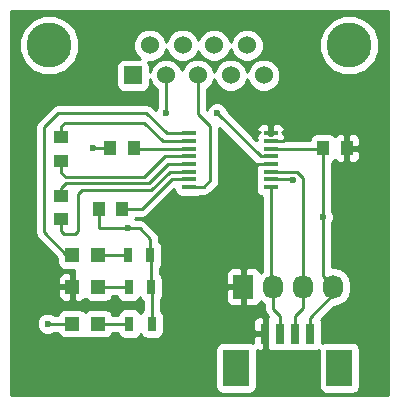
<source format=gbr>
G04 #@! TF.FileFunction,Copper,L1,Top,Signal*
%FSLAX46Y46*%
G04 Gerber Fmt 4.6, Leading zero omitted, Abs format (unit mm)*
G04 Created by KiCad (PCBNEW 4.0.5) date 01/20/17 14:33:55*
%MOMM*%
%LPD*%
G01*
G04 APERTURE LIST*
%ADD10C,0.100000*%
%ADD11R,1.200000X0.400000*%
%ADD12R,1.000000X1.250000*%
%ADD13R,1.250000X1.000000*%
%ADD14R,1.200000X1.200000*%
%ADD15C,3.810000*%
%ADD16R,1.524000X1.524000*%
%ADD17C,1.524000*%
%ADD18R,1.727200X2.032000*%
%ADD19O,1.727200X2.032000*%
%ADD20R,0.700000X1.300000*%
%ADD21R,0.800000X1.700000*%
%ADD22R,2.200000X3.100000*%
%ADD23C,0.600000*%
%ADD24C,0.250000*%
%ADD25C,0.254000*%
G04 APERTURE END LIST*
D10*
D11*
X148378500Y-85355000D03*
X148378500Y-86005000D03*
X148378500Y-86655000D03*
X148378500Y-87305000D03*
X148378500Y-87955000D03*
X148378500Y-88605000D03*
X148378500Y-89255000D03*
X148378500Y-89905000D03*
X155278500Y-89905000D03*
X155278500Y-89255000D03*
X155278500Y-88605000D03*
X155278500Y-87955000D03*
X155278500Y-87305000D03*
X155278500Y-86655000D03*
X155278500Y-86005000D03*
X155278500Y-85355000D03*
D12*
X161718500Y-86614000D03*
X159718500Y-86614000D03*
D13*
X137541000Y-85677500D03*
X137541000Y-87677500D03*
X137541000Y-90630500D03*
X137541000Y-92630500D03*
D12*
X143684500Y-86614000D03*
X141684500Y-86614000D03*
X142732000Y-91757500D03*
X140732000Y-91757500D03*
D14*
X138473000Y-98361500D03*
X140673000Y-98361500D03*
X138473000Y-95694500D03*
X140673000Y-95694500D03*
X138473000Y-101473000D03*
X140673000Y-101473000D03*
D15*
X161925000Y-77914500D03*
X136525000Y-77914500D03*
D16*
X143637000Y-80454500D03*
D17*
X146431000Y-80454500D03*
X149098000Y-80454500D03*
X151892000Y-80454500D03*
X154686000Y-80454500D03*
X145034000Y-77914500D03*
X147828000Y-77914500D03*
X150495000Y-77914500D03*
X153289000Y-77914500D03*
D18*
X152971500Y-98361500D03*
D19*
X155511500Y-98361500D03*
X158051500Y-98361500D03*
X160591500Y-98361500D03*
D20*
X143258500Y-98361500D03*
X145158500Y-98361500D03*
X145095000Y-95694500D03*
X143195000Y-95694500D03*
X143322000Y-101473000D03*
X145222000Y-101473000D03*
D21*
X154843000Y-102309000D03*
X156093000Y-102309000D03*
X157343000Y-102309000D03*
X158593000Y-102309000D03*
D22*
X152343000Y-105209000D03*
X161093000Y-105209000D03*
D23*
X159702500Y-92456000D03*
X143192500Y-93408500D03*
X140208000Y-86614000D03*
X136398000Y-101473000D03*
X157162500Y-89281000D03*
X150749000Y-83629500D03*
X146431000Y-83629500D03*
D24*
X155278500Y-87955000D02*
X153931500Y-87955000D01*
X153931500Y-87955000D02*
X153924000Y-87947500D01*
X155278500Y-86005000D02*
X156311000Y-86005000D01*
X156311000Y-86005000D02*
X156464000Y-85852000D01*
X152971500Y-98361500D02*
X152971500Y-99060000D01*
X141684500Y-86614000D02*
X140208000Y-86614000D01*
X160591500Y-98361500D02*
X160591500Y-98996500D01*
X160591500Y-98996500D02*
X158593000Y-100995000D01*
X158593000Y-100995000D02*
X158593000Y-102309000D01*
X145222000Y-101473000D02*
X145222000Y-98425000D01*
X145222000Y-98425000D02*
X145158500Y-98361500D01*
X145158500Y-98361500D02*
X145158500Y-95758000D01*
X145158500Y-95758000D02*
X145095000Y-95694500D01*
X159702500Y-89344500D02*
X159702500Y-92456000D01*
X159702500Y-92456000D02*
X159702500Y-97472500D01*
X159702500Y-97472500D02*
X160591500Y-98361500D01*
X145095000Y-95694500D02*
X145095000Y-94295000D01*
X145095000Y-94295000D02*
X144208500Y-93408500D01*
X144208500Y-93408500D02*
X143192500Y-93408500D01*
X143192500Y-93408500D02*
X140716000Y-93408500D01*
X157226000Y-86655000D02*
X156718000Y-86655000D01*
X156718000Y-86655000D02*
X156337000Y-86655000D01*
X156337000Y-86655000D02*
X155278500Y-86655000D01*
X140732000Y-91757500D02*
X140732000Y-93392500D01*
X140732000Y-93392500D02*
X140716000Y-93408500D01*
X159702500Y-89344500D02*
X159718500Y-89328500D01*
X159718500Y-89328500D02*
X159718500Y-86614000D01*
X157226000Y-86655000D02*
X157480000Y-86655000D01*
X157480000Y-86655000D02*
X159677500Y-86655000D01*
X159677500Y-86655000D02*
X159718500Y-86614000D01*
X148378500Y-86005000D02*
X147680000Y-86005000D01*
X143510000Y-84455000D02*
X144589500Y-84455000D01*
X137541000Y-85614000D02*
X137541000Y-84772500D01*
X137541000Y-84772500D02*
X137858500Y-84455000D01*
X137858500Y-84455000D02*
X143510000Y-84455000D01*
X143510000Y-84455000D02*
X143573500Y-84455000D01*
X144589500Y-84455000D02*
X146139500Y-86005000D01*
X146139500Y-86005000D02*
X147680000Y-86005000D01*
X148378500Y-87305000D02*
X147680000Y-87305000D01*
X144589500Y-89090500D02*
X143446500Y-89090500D01*
X137541000Y-87614000D02*
X137541000Y-88709500D01*
X137541000Y-88709500D02*
X137922000Y-89090500D01*
X137922000Y-89090500D02*
X143446500Y-89090500D01*
X143446500Y-89090500D02*
X143573500Y-89090500D01*
X144589500Y-89090500D02*
X146375000Y-87305000D01*
X146375000Y-87305000D02*
X147680000Y-87305000D01*
X148378500Y-87955000D02*
X147680000Y-87955000D01*
X137541000Y-90630500D02*
X137541000Y-89979500D01*
X137541000Y-89979500D02*
X137922000Y-89598500D01*
X137922000Y-89598500D02*
X144970500Y-89598500D01*
X144970500Y-89598500D02*
X146614000Y-87955000D01*
X146614000Y-87955000D02*
X147680000Y-87955000D01*
X148378500Y-88605000D02*
X147680000Y-88605000D01*
X137541000Y-92630500D02*
X137541000Y-93662500D01*
X137541000Y-93662500D02*
X137795000Y-93916500D01*
X137795000Y-93916500D02*
X138747500Y-93916500D01*
X138747500Y-93916500D02*
X139001500Y-93662500D01*
X139001500Y-93662500D02*
X139001500Y-90487500D01*
X139001500Y-90487500D02*
X139319000Y-90170000D01*
X139319000Y-90170000D02*
X145161000Y-90170000D01*
X145161000Y-90170000D02*
X146726000Y-88605000D01*
X146726000Y-88605000D02*
X147680000Y-88605000D01*
X148378500Y-86655000D02*
X147680000Y-86655000D01*
X147680000Y-86655000D02*
X143725500Y-86655000D01*
X143725500Y-86655000D02*
X143684500Y-86614000D01*
X148378500Y-89255000D02*
X147637500Y-89255000D01*
X147637500Y-89255000D02*
X147680000Y-89255000D01*
X147680000Y-89255000D02*
X147637500Y-89255000D01*
X147637500Y-89255000D02*
X146901500Y-89255000D01*
X146901500Y-89255000D02*
X144399000Y-91757500D01*
X144399000Y-91757500D02*
X142732000Y-91757500D01*
X143258500Y-98361500D02*
X140673000Y-98361500D01*
X148378500Y-85355000D02*
X146483500Y-85355000D01*
X146483500Y-85355000D02*
X144758000Y-83629500D01*
X144758000Y-83629500D02*
X137287000Y-83629500D01*
X137287000Y-83629500D02*
X136080500Y-84836000D01*
X136080500Y-84836000D02*
X136080500Y-93726000D01*
X136080500Y-93726000D02*
X137985500Y-95631000D01*
X143195000Y-95694500D02*
X140673000Y-95694500D01*
X155278500Y-89255000D02*
X157136500Y-89255000D01*
X136398000Y-101473000D02*
X138473000Y-101473000D01*
X157136500Y-89255000D02*
X157162500Y-89281000D01*
X143322000Y-101473000D02*
X140673000Y-101473000D01*
X155278500Y-87305000D02*
X154424500Y-87305000D01*
X154424500Y-87305000D02*
X150749000Y-83629500D01*
X146431000Y-83629500D02*
X146431000Y-80454500D01*
X155278500Y-87305000D02*
X154439500Y-87305000D01*
X154580000Y-87305000D02*
X154439500Y-87305000D01*
X149098000Y-80454500D02*
X149098000Y-83693000D01*
X149098000Y-83693000D02*
X150177500Y-84772500D01*
X150177500Y-84772500D02*
X150177500Y-89344500D01*
X150177500Y-89344500D02*
X149617000Y-89905000D01*
X149617000Y-89905000D02*
X148378500Y-89905000D01*
X155511500Y-98361500D02*
X155511500Y-100203000D01*
X156093000Y-100784500D02*
X156093000Y-102309000D01*
X155511500Y-100203000D02*
X156093000Y-100784500D01*
X155278500Y-89905000D02*
X155278500Y-98128500D01*
X155278500Y-98128500D02*
X155511500Y-98361500D01*
X158051500Y-98361500D02*
X158051500Y-100139500D01*
X157343000Y-100848000D02*
X157343000Y-102309000D01*
X158051500Y-100139500D02*
X157343000Y-100848000D01*
X155278500Y-88605000D02*
X157502500Y-88605000D01*
X157502500Y-88605000D02*
X158051500Y-89154000D01*
X158051500Y-89154000D02*
X158051500Y-98361500D01*
D25*
G36*
X165215500Y-107494000D02*
X133298000Y-107494000D01*
X133298000Y-103659000D01*
X150595560Y-103659000D01*
X150595560Y-106759000D01*
X150639838Y-106994317D01*
X150778910Y-107210441D01*
X150991110Y-107355431D01*
X151243000Y-107406440D01*
X153443000Y-107406440D01*
X153678317Y-107362162D01*
X153894441Y-107223090D01*
X154039431Y-107010890D01*
X154090440Y-106759000D01*
X154090440Y-103700284D01*
X154316691Y-103794000D01*
X154557250Y-103794000D01*
X154716000Y-103635250D01*
X154716000Y-102436000D01*
X153966750Y-102436000D01*
X153808000Y-102594750D01*
X153808000Y-103139854D01*
X153694890Y-103062569D01*
X153443000Y-103011560D01*
X151243000Y-103011560D01*
X151007683Y-103055838D01*
X150791559Y-103194910D01*
X150646569Y-103407110D01*
X150595560Y-103659000D01*
X133298000Y-103659000D01*
X133298000Y-98647250D01*
X137238000Y-98647250D01*
X137238000Y-99087810D01*
X137334673Y-99321199D01*
X137513302Y-99499827D01*
X137746691Y-99596500D01*
X138187250Y-99596500D01*
X138346000Y-99437750D01*
X138346000Y-98488500D01*
X137396750Y-98488500D01*
X137238000Y-98647250D01*
X133298000Y-98647250D01*
X133298000Y-97635190D01*
X137238000Y-97635190D01*
X137238000Y-98075750D01*
X137396750Y-98234500D01*
X138346000Y-98234500D01*
X138346000Y-97285250D01*
X138187250Y-97126500D01*
X137746691Y-97126500D01*
X137513302Y-97223173D01*
X137334673Y-97401801D01*
X137238000Y-97635190D01*
X133298000Y-97635190D01*
X133298000Y-84836000D01*
X135320500Y-84836000D01*
X135320500Y-93726000D01*
X135378352Y-94016839D01*
X135543099Y-94263401D01*
X137225560Y-95945862D01*
X137225560Y-96294500D01*
X137269838Y-96529817D01*
X137408910Y-96745941D01*
X137621110Y-96890931D01*
X137873000Y-96941940D01*
X138620500Y-96941940D01*
X138620500Y-97264750D01*
X138600000Y-97285250D01*
X138600000Y-98234500D01*
X138620000Y-98234500D01*
X138620000Y-98488500D01*
X138600000Y-98488500D01*
X138600000Y-99437750D01*
X138758750Y-99596500D01*
X139199309Y-99596500D01*
X139432698Y-99499827D01*
X139573936Y-99358590D01*
X139608910Y-99412941D01*
X139821110Y-99557931D01*
X140073000Y-99608940D01*
X141273000Y-99608940D01*
X141508317Y-99564662D01*
X141724441Y-99425590D01*
X141869431Y-99213390D01*
X141888039Y-99121500D01*
X142281758Y-99121500D01*
X142305338Y-99246817D01*
X142444410Y-99462941D01*
X142656610Y-99607931D01*
X142908500Y-99658940D01*
X143608500Y-99658940D01*
X143843817Y-99614662D01*
X144059941Y-99475590D01*
X144204931Y-99263390D01*
X144207581Y-99250303D01*
X144344410Y-99462941D01*
X144462000Y-99543287D01*
X144462000Y-100332243D01*
X144420559Y-100358910D01*
X144275569Y-100571110D01*
X144272919Y-100584197D01*
X144136090Y-100371559D01*
X143923890Y-100226569D01*
X143672000Y-100175560D01*
X142972000Y-100175560D01*
X142736683Y-100219838D01*
X142520559Y-100358910D01*
X142375569Y-100571110D01*
X142346836Y-100713000D01*
X141890334Y-100713000D01*
X141876162Y-100637683D01*
X141737090Y-100421559D01*
X141524890Y-100276569D01*
X141273000Y-100225560D01*
X140073000Y-100225560D01*
X139837683Y-100269838D01*
X139621559Y-100408910D01*
X139573866Y-100478711D01*
X139537090Y-100421559D01*
X139324890Y-100276569D01*
X139073000Y-100225560D01*
X137873000Y-100225560D01*
X137637683Y-100269838D01*
X137421559Y-100408910D01*
X137276569Y-100621110D01*
X137257961Y-100713000D01*
X136960463Y-100713000D01*
X136928327Y-100680808D01*
X136584799Y-100538162D01*
X136212833Y-100537838D01*
X135869057Y-100679883D01*
X135605808Y-100942673D01*
X135463162Y-101286201D01*
X135462838Y-101658167D01*
X135604883Y-102001943D01*
X135867673Y-102265192D01*
X136211201Y-102407838D01*
X136583167Y-102408162D01*
X136926943Y-102266117D01*
X136960118Y-102233000D01*
X137255666Y-102233000D01*
X137269838Y-102308317D01*
X137408910Y-102524441D01*
X137621110Y-102669431D01*
X137873000Y-102720440D01*
X139073000Y-102720440D01*
X139290577Y-102679500D01*
X139870832Y-102679500D01*
X140073000Y-102720440D01*
X141273000Y-102720440D01*
X141508317Y-102676162D01*
X141724441Y-102537090D01*
X141869431Y-102324890D01*
X141888039Y-102233000D01*
X142345258Y-102233000D01*
X142368838Y-102358317D01*
X142507910Y-102574441D01*
X142720110Y-102719431D01*
X142972000Y-102770440D01*
X143672000Y-102770440D01*
X143907317Y-102726162D01*
X144123441Y-102587090D01*
X144268431Y-102374890D01*
X144271081Y-102361803D01*
X144407910Y-102574441D01*
X144620110Y-102719431D01*
X144872000Y-102770440D01*
X145572000Y-102770440D01*
X145807317Y-102726162D01*
X146023441Y-102587090D01*
X146168431Y-102374890D01*
X146219440Y-102123000D01*
X146219440Y-101332690D01*
X153808000Y-101332690D01*
X153808000Y-102023250D01*
X153966750Y-102182000D01*
X154716000Y-102182000D01*
X154716000Y-100982750D01*
X154557250Y-100824000D01*
X154316691Y-100824000D01*
X154083302Y-100920673D01*
X153904673Y-101099301D01*
X153808000Y-101332690D01*
X146219440Y-101332690D01*
X146219440Y-100823000D01*
X146175162Y-100587683D01*
X146036090Y-100371559D01*
X145982000Y-100334601D01*
X145982000Y-99443306D01*
X146104931Y-99263390D01*
X146155940Y-99011500D01*
X146155940Y-98647250D01*
X151472900Y-98647250D01*
X151472900Y-99503810D01*
X151569573Y-99737199D01*
X151748202Y-99915827D01*
X151981591Y-100012500D01*
X152685750Y-100012500D01*
X152844500Y-99853750D01*
X152844500Y-98488500D01*
X151631650Y-98488500D01*
X151472900Y-98647250D01*
X146155940Y-98647250D01*
X146155940Y-97711500D01*
X146111662Y-97476183D01*
X145972590Y-97260059D01*
X145918500Y-97223101D01*
X145918500Y-97219190D01*
X151472900Y-97219190D01*
X151472900Y-98075750D01*
X151631650Y-98234500D01*
X152844500Y-98234500D01*
X152844500Y-96869250D01*
X152685750Y-96710500D01*
X151981591Y-96710500D01*
X151748202Y-96807173D01*
X151569573Y-96985801D01*
X151472900Y-97219190D01*
X145918500Y-97219190D01*
X145918500Y-96776306D01*
X146041431Y-96596390D01*
X146092440Y-96344500D01*
X146092440Y-95044500D01*
X146048162Y-94809183D01*
X145909090Y-94593059D01*
X145855000Y-94556101D01*
X145855000Y-94295000D01*
X145836241Y-94200692D01*
X145797148Y-94004160D01*
X145632401Y-93757599D01*
X144745901Y-92871099D01*
X144499339Y-92706352D01*
X144208500Y-92648500D01*
X143818790Y-92648500D01*
X143828431Y-92634390D01*
X143852102Y-92517500D01*
X144399000Y-92517500D01*
X144689839Y-92459648D01*
X144936401Y-92294901D01*
X147131060Y-90100242D01*
X147131060Y-90105000D01*
X147175338Y-90340317D01*
X147314410Y-90556441D01*
X147526610Y-90701431D01*
X147778500Y-90752440D01*
X148978500Y-90752440D01*
X149213817Y-90708162D01*
X149280893Y-90665000D01*
X149617000Y-90665000D01*
X149907839Y-90607148D01*
X150154401Y-90442401D01*
X150714901Y-89881901D01*
X150879648Y-89635339D01*
X150937500Y-89344500D01*
X150937500Y-84892802D01*
X153887099Y-87842401D01*
X154133661Y-88007148D01*
X154176041Y-88015578D01*
X154082069Y-88153110D01*
X154076465Y-88180785D01*
X154043500Y-88213750D01*
X154043500Y-88281310D01*
X154051968Y-88301753D01*
X154031060Y-88405000D01*
X154031060Y-88805000D01*
X154055444Y-88934589D01*
X154031060Y-89055000D01*
X154031060Y-89455000D01*
X154055444Y-89584589D01*
X154031060Y-89705000D01*
X154031060Y-90105000D01*
X154075338Y-90340317D01*
X154214410Y-90556441D01*
X154426610Y-90701431D01*
X154518500Y-90720039D01*
X154518500Y-97072537D01*
X154451830Y-97117085D01*
X154437000Y-97139280D01*
X154373427Y-96985801D01*
X154194798Y-96807173D01*
X153961409Y-96710500D01*
X153257250Y-96710500D01*
X153098500Y-96869250D01*
X153098500Y-98234500D01*
X153118500Y-98234500D01*
X153118500Y-98488500D01*
X153098500Y-98488500D01*
X153098500Y-99853750D01*
X153257250Y-100012500D01*
X153961409Y-100012500D01*
X154194798Y-99915827D01*
X154373427Y-99737199D01*
X154437000Y-99583720D01*
X154451830Y-99605915D01*
X154751500Y-99806148D01*
X154751500Y-100203000D01*
X154809352Y-100493839D01*
X154974099Y-100740401D01*
X155093224Y-100859526D01*
X154970000Y-100982750D01*
X154970000Y-102182000D01*
X154990000Y-102182000D01*
X154990000Y-102436000D01*
X154970000Y-102436000D01*
X154970000Y-103635250D01*
X155128750Y-103794000D01*
X155369309Y-103794000D01*
X155455424Y-103758330D01*
X155693000Y-103806440D01*
X156493000Y-103806440D01*
X156726260Y-103762549D01*
X156943000Y-103806440D01*
X157743000Y-103806440D01*
X157976260Y-103762549D01*
X158193000Y-103806440D01*
X158993000Y-103806440D01*
X159228317Y-103762162D01*
X159345560Y-103686718D01*
X159345560Y-106759000D01*
X159389838Y-106994317D01*
X159528910Y-107210441D01*
X159741110Y-107355431D01*
X159993000Y-107406440D01*
X162193000Y-107406440D01*
X162428317Y-107362162D01*
X162644441Y-107223090D01*
X162789431Y-107010890D01*
X162840440Y-106759000D01*
X162840440Y-103659000D01*
X162796162Y-103423683D01*
X162657090Y-103207559D01*
X162444890Y-103062569D01*
X162193000Y-103011560D01*
X159993000Y-103011560D01*
X159757683Y-103055838D01*
X159640440Y-103131282D01*
X159640440Y-101459000D01*
X159596162Y-101223683D01*
X159534674Y-101128128D01*
X160624526Y-100038276D01*
X161164989Y-99930771D01*
X161651170Y-99605915D01*
X161976026Y-99119734D01*
X162090100Y-98546245D01*
X162090100Y-98176755D01*
X161976026Y-97603266D01*
X161651170Y-97117085D01*
X161164989Y-96792229D01*
X160591500Y-96678155D01*
X160462500Y-96703815D01*
X160462500Y-93018463D01*
X160494692Y-92986327D01*
X160637338Y-92642799D01*
X160637662Y-92270833D01*
X160495617Y-91927057D01*
X160462500Y-91893882D01*
X160462500Y-89408937D01*
X160478500Y-89328500D01*
X160478500Y-87826279D01*
X160669941Y-87703090D01*
X160716469Y-87634994D01*
X160858802Y-87777327D01*
X161092191Y-87874000D01*
X161432750Y-87874000D01*
X161591500Y-87715250D01*
X161591500Y-86741000D01*
X161845500Y-86741000D01*
X161845500Y-87715250D01*
X162004250Y-87874000D01*
X162344809Y-87874000D01*
X162578198Y-87777327D01*
X162756827Y-87598699D01*
X162853500Y-87365310D01*
X162853500Y-86899750D01*
X162694750Y-86741000D01*
X161845500Y-86741000D01*
X161591500Y-86741000D01*
X161571500Y-86741000D01*
X161571500Y-86487000D01*
X161591500Y-86487000D01*
X161591500Y-85512750D01*
X161845500Y-85512750D01*
X161845500Y-86487000D01*
X162694750Y-86487000D01*
X162853500Y-86328250D01*
X162853500Y-85862690D01*
X162756827Y-85629301D01*
X162578198Y-85450673D01*
X162344809Y-85354000D01*
X162004250Y-85354000D01*
X161845500Y-85512750D01*
X161591500Y-85512750D01*
X161432750Y-85354000D01*
X161092191Y-85354000D01*
X160858802Y-85450673D01*
X160717564Y-85591910D01*
X160682590Y-85537559D01*
X160470390Y-85392569D01*
X160218500Y-85341560D01*
X159218500Y-85341560D01*
X158983183Y-85385838D01*
X158767059Y-85524910D01*
X158622069Y-85737110D01*
X158590095Y-85895000D01*
X156513500Y-85895000D01*
X156513500Y-85877998D01*
X156432029Y-85877998D01*
X156467580Y-85792170D01*
X156513500Y-85746250D01*
X156513500Y-85613750D01*
X156467580Y-85567830D01*
X156416827Y-85445301D01*
X156238198Y-85266673D01*
X156210017Y-85255000D01*
X156354750Y-85255000D01*
X156513500Y-85096250D01*
X156513500Y-85028690D01*
X156416827Y-84795301D01*
X156238198Y-84616673D01*
X156004809Y-84520000D01*
X155564250Y-84520000D01*
X155405500Y-84678750D01*
X155405500Y-85255000D01*
X155479250Y-85255000D01*
X155405500Y-85328750D01*
X155405500Y-85502000D01*
X155151500Y-85502000D01*
X155151500Y-85328750D01*
X155077750Y-85255000D01*
X155151500Y-85255000D01*
X155151500Y-84678750D01*
X154992750Y-84520000D01*
X154552191Y-84520000D01*
X154318802Y-84616673D01*
X154140173Y-84795301D01*
X154043500Y-85028690D01*
X154043500Y-85096250D01*
X154202250Y-85255000D01*
X154346983Y-85255000D01*
X154318802Y-85266673D01*
X154140173Y-85445301D01*
X154089420Y-85567830D01*
X154043500Y-85613750D01*
X154043500Y-85746250D01*
X154089420Y-85792170D01*
X154124971Y-85877998D01*
X154072300Y-85877998D01*
X151684122Y-83489820D01*
X151684162Y-83444333D01*
X151542117Y-83100557D01*
X151279327Y-82837308D01*
X150935799Y-82694662D01*
X150563833Y-82694338D01*
X150220057Y-82836383D01*
X149956808Y-83099173D01*
X149858000Y-83337128D01*
X149858000Y-81652031D01*
X149888303Y-81639510D01*
X150281629Y-81246870D01*
X150494757Y-80733600D01*
X150494759Y-80731164D01*
X150706990Y-81244803D01*
X151099630Y-81638129D01*
X151612900Y-81851257D01*
X152168661Y-81851742D01*
X152682303Y-81639510D01*
X153075629Y-81246870D01*
X153288757Y-80733600D01*
X153288759Y-80731164D01*
X153500990Y-81244803D01*
X153893630Y-81638129D01*
X154406900Y-81851257D01*
X154962661Y-81851742D01*
X155476303Y-81639510D01*
X155869629Y-81246870D01*
X156082757Y-80733600D01*
X156083242Y-80177839D01*
X155871010Y-79664197D01*
X155478370Y-79270871D01*
X154965100Y-79057743D01*
X154409339Y-79057258D01*
X153895697Y-79269490D01*
X153502371Y-79662130D01*
X153289243Y-80175400D01*
X153289241Y-80177836D01*
X153077010Y-79664197D01*
X152684370Y-79270871D01*
X152171100Y-79057743D01*
X151615339Y-79057258D01*
X151101697Y-79269490D01*
X150708371Y-79662130D01*
X150495243Y-80175400D01*
X150495241Y-80177836D01*
X150283010Y-79664197D01*
X149890370Y-79270871D01*
X149377100Y-79057743D01*
X148821339Y-79057258D01*
X148307697Y-79269490D01*
X147914371Y-79662130D01*
X147764394Y-80023315D01*
X147616010Y-79664197D01*
X147223370Y-79270871D01*
X146710100Y-79057743D01*
X146154339Y-79057258D01*
X145640697Y-79269490D01*
X145247371Y-79662130D01*
X145046440Y-80146026D01*
X145046440Y-79692500D01*
X145002162Y-79457183D01*
X144908347Y-79311391D01*
X145310661Y-79311742D01*
X145824303Y-79099510D01*
X146217629Y-78706870D01*
X146430757Y-78193600D01*
X146430759Y-78191164D01*
X146642990Y-78704803D01*
X147035630Y-79098129D01*
X147548900Y-79311257D01*
X148104661Y-79311742D01*
X148618303Y-79099510D01*
X149011629Y-78706870D01*
X149161606Y-78345685D01*
X149309990Y-78704803D01*
X149702630Y-79098129D01*
X150215900Y-79311257D01*
X150771661Y-79311742D01*
X151285303Y-79099510D01*
X151678629Y-78706870D01*
X151891757Y-78193600D01*
X151891759Y-78191164D01*
X152103990Y-78704803D01*
X152496630Y-79098129D01*
X153009900Y-79311257D01*
X153565661Y-79311742D01*
X154079303Y-79099510D01*
X154472629Y-78706870D01*
X154592777Y-78417521D01*
X159384560Y-78417521D01*
X159770437Y-79351415D01*
X160484327Y-80066552D01*
X161417546Y-80454059D01*
X162428021Y-80454940D01*
X163361915Y-80069063D01*
X164077052Y-79355173D01*
X164464559Y-78421954D01*
X164465440Y-77411479D01*
X164079563Y-76477585D01*
X163365673Y-75762448D01*
X162432454Y-75374941D01*
X161421979Y-75374060D01*
X160488085Y-75759937D01*
X159772948Y-76473827D01*
X159385441Y-77407046D01*
X159384560Y-78417521D01*
X154592777Y-78417521D01*
X154685757Y-78193600D01*
X154686242Y-77637839D01*
X154474010Y-77124197D01*
X154081370Y-76730871D01*
X153568100Y-76517743D01*
X153012339Y-76517258D01*
X152498697Y-76729490D01*
X152105371Y-77122130D01*
X151892243Y-77635400D01*
X151892241Y-77637836D01*
X151680010Y-77124197D01*
X151287370Y-76730871D01*
X150774100Y-76517743D01*
X150218339Y-76517258D01*
X149704697Y-76729490D01*
X149311371Y-77122130D01*
X149161394Y-77483315D01*
X149013010Y-77124197D01*
X148620370Y-76730871D01*
X148107100Y-76517743D01*
X147551339Y-76517258D01*
X147037697Y-76729490D01*
X146644371Y-77122130D01*
X146431243Y-77635400D01*
X146431241Y-77637836D01*
X146219010Y-77124197D01*
X145826370Y-76730871D01*
X145313100Y-76517743D01*
X144757339Y-76517258D01*
X144243697Y-76729490D01*
X143850371Y-77122130D01*
X143637243Y-77635400D01*
X143636758Y-78191161D01*
X143848990Y-78704803D01*
X144188654Y-79045060D01*
X142875000Y-79045060D01*
X142639683Y-79089338D01*
X142423559Y-79228410D01*
X142278569Y-79440610D01*
X142227560Y-79692500D01*
X142227560Y-81216500D01*
X142271838Y-81451817D01*
X142410910Y-81667941D01*
X142623110Y-81812931D01*
X142875000Y-81863940D01*
X144399000Y-81863940D01*
X144634317Y-81819662D01*
X144850441Y-81680590D01*
X144995431Y-81468390D01*
X145046440Y-81216500D01*
X145046440Y-80761854D01*
X145245990Y-81244803D01*
X145638630Y-81638129D01*
X145671000Y-81651570D01*
X145671000Y-83067037D01*
X145638808Y-83099173D01*
X145540126Y-83336824D01*
X145295401Y-83092099D01*
X145048839Y-82927352D01*
X144758000Y-82869500D01*
X137287000Y-82869500D01*
X136996161Y-82927352D01*
X136749599Y-83092099D01*
X135543099Y-84298599D01*
X135378352Y-84545161D01*
X135320500Y-84836000D01*
X133298000Y-84836000D01*
X133298000Y-78417521D01*
X133984560Y-78417521D01*
X134370437Y-79351415D01*
X135084327Y-80066552D01*
X136017546Y-80454059D01*
X137028021Y-80454940D01*
X137961915Y-80069063D01*
X138677052Y-79355173D01*
X139064559Y-78421954D01*
X139065440Y-77411479D01*
X138679563Y-76477585D01*
X137965673Y-75762448D01*
X137032454Y-75374941D01*
X136021979Y-75374060D01*
X135088085Y-75759937D01*
X134372948Y-76473827D01*
X133985441Y-77407046D01*
X133984560Y-78417521D01*
X133298000Y-78417521D01*
X133298000Y-75005000D01*
X165215500Y-75005000D01*
X165215500Y-107494000D01*
X165215500Y-107494000D01*
G37*
X165215500Y-107494000D02*
X133298000Y-107494000D01*
X133298000Y-103659000D01*
X150595560Y-103659000D01*
X150595560Y-106759000D01*
X150639838Y-106994317D01*
X150778910Y-107210441D01*
X150991110Y-107355431D01*
X151243000Y-107406440D01*
X153443000Y-107406440D01*
X153678317Y-107362162D01*
X153894441Y-107223090D01*
X154039431Y-107010890D01*
X154090440Y-106759000D01*
X154090440Y-103700284D01*
X154316691Y-103794000D01*
X154557250Y-103794000D01*
X154716000Y-103635250D01*
X154716000Y-102436000D01*
X153966750Y-102436000D01*
X153808000Y-102594750D01*
X153808000Y-103139854D01*
X153694890Y-103062569D01*
X153443000Y-103011560D01*
X151243000Y-103011560D01*
X151007683Y-103055838D01*
X150791559Y-103194910D01*
X150646569Y-103407110D01*
X150595560Y-103659000D01*
X133298000Y-103659000D01*
X133298000Y-98647250D01*
X137238000Y-98647250D01*
X137238000Y-99087810D01*
X137334673Y-99321199D01*
X137513302Y-99499827D01*
X137746691Y-99596500D01*
X138187250Y-99596500D01*
X138346000Y-99437750D01*
X138346000Y-98488500D01*
X137396750Y-98488500D01*
X137238000Y-98647250D01*
X133298000Y-98647250D01*
X133298000Y-97635190D01*
X137238000Y-97635190D01*
X137238000Y-98075750D01*
X137396750Y-98234500D01*
X138346000Y-98234500D01*
X138346000Y-97285250D01*
X138187250Y-97126500D01*
X137746691Y-97126500D01*
X137513302Y-97223173D01*
X137334673Y-97401801D01*
X137238000Y-97635190D01*
X133298000Y-97635190D01*
X133298000Y-84836000D01*
X135320500Y-84836000D01*
X135320500Y-93726000D01*
X135378352Y-94016839D01*
X135543099Y-94263401D01*
X137225560Y-95945862D01*
X137225560Y-96294500D01*
X137269838Y-96529817D01*
X137408910Y-96745941D01*
X137621110Y-96890931D01*
X137873000Y-96941940D01*
X138620500Y-96941940D01*
X138620500Y-97264750D01*
X138600000Y-97285250D01*
X138600000Y-98234500D01*
X138620000Y-98234500D01*
X138620000Y-98488500D01*
X138600000Y-98488500D01*
X138600000Y-99437750D01*
X138758750Y-99596500D01*
X139199309Y-99596500D01*
X139432698Y-99499827D01*
X139573936Y-99358590D01*
X139608910Y-99412941D01*
X139821110Y-99557931D01*
X140073000Y-99608940D01*
X141273000Y-99608940D01*
X141508317Y-99564662D01*
X141724441Y-99425590D01*
X141869431Y-99213390D01*
X141888039Y-99121500D01*
X142281758Y-99121500D01*
X142305338Y-99246817D01*
X142444410Y-99462941D01*
X142656610Y-99607931D01*
X142908500Y-99658940D01*
X143608500Y-99658940D01*
X143843817Y-99614662D01*
X144059941Y-99475590D01*
X144204931Y-99263390D01*
X144207581Y-99250303D01*
X144344410Y-99462941D01*
X144462000Y-99543287D01*
X144462000Y-100332243D01*
X144420559Y-100358910D01*
X144275569Y-100571110D01*
X144272919Y-100584197D01*
X144136090Y-100371559D01*
X143923890Y-100226569D01*
X143672000Y-100175560D01*
X142972000Y-100175560D01*
X142736683Y-100219838D01*
X142520559Y-100358910D01*
X142375569Y-100571110D01*
X142346836Y-100713000D01*
X141890334Y-100713000D01*
X141876162Y-100637683D01*
X141737090Y-100421559D01*
X141524890Y-100276569D01*
X141273000Y-100225560D01*
X140073000Y-100225560D01*
X139837683Y-100269838D01*
X139621559Y-100408910D01*
X139573866Y-100478711D01*
X139537090Y-100421559D01*
X139324890Y-100276569D01*
X139073000Y-100225560D01*
X137873000Y-100225560D01*
X137637683Y-100269838D01*
X137421559Y-100408910D01*
X137276569Y-100621110D01*
X137257961Y-100713000D01*
X136960463Y-100713000D01*
X136928327Y-100680808D01*
X136584799Y-100538162D01*
X136212833Y-100537838D01*
X135869057Y-100679883D01*
X135605808Y-100942673D01*
X135463162Y-101286201D01*
X135462838Y-101658167D01*
X135604883Y-102001943D01*
X135867673Y-102265192D01*
X136211201Y-102407838D01*
X136583167Y-102408162D01*
X136926943Y-102266117D01*
X136960118Y-102233000D01*
X137255666Y-102233000D01*
X137269838Y-102308317D01*
X137408910Y-102524441D01*
X137621110Y-102669431D01*
X137873000Y-102720440D01*
X139073000Y-102720440D01*
X139290577Y-102679500D01*
X139870832Y-102679500D01*
X140073000Y-102720440D01*
X141273000Y-102720440D01*
X141508317Y-102676162D01*
X141724441Y-102537090D01*
X141869431Y-102324890D01*
X141888039Y-102233000D01*
X142345258Y-102233000D01*
X142368838Y-102358317D01*
X142507910Y-102574441D01*
X142720110Y-102719431D01*
X142972000Y-102770440D01*
X143672000Y-102770440D01*
X143907317Y-102726162D01*
X144123441Y-102587090D01*
X144268431Y-102374890D01*
X144271081Y-102361803D01*
X144407910Y-102574441D01*
X144620110Y-102719431D01*
X144872000Y-102770440D01*
X145572000Y-102770440D01*
X145807317Y-102726162D01*
X146023441Y-102587090D01*
X146168431Y-102374890D01*
X146219440Y-102123000D01*
X146219440Y-101332690D01*
X153808000Y-101332690D01*
X153808000Y-102023250D01*
X153966750Y-102182000D01*
X154716000Y-102182000D01*
X154716000Y-100982750D01*
X154557250Y-100824000D01*
X154316691Y-100824000D01*
X154083302Y-100920673D01*
X153904673Y-101099301D01*
X153808000Y-101332690D01*
X146219440Y-101332690D01*
X146219440Y-100823000D01*
X146175162Y-100587683D01*
X146036090Y-100371559D01*
X145982000Y-100334601D01*
X145982000Y-99443306D01*
X146104931Y-99263390D01*
X146155940Y-99011500D01*
X146155940Y-98647250D01*
X151472900Y-98647250D01*
X151472900Y-99503810D01*
X151569573Y-99737199D01*
X151748202Y-99915827D01*
X151981591Y-100012500D01*
X152685750Y-100012500D01*
X152844500Y-99853750D01*
X152844500Y-98488500D01*
X151631650Y-98488500D01*
X151472900Y-98647250D01*
X146155940Y-98647250D01*
X146155940Y-97711500D01*
X146111662Y-97476183D01*
X145972590Y-97260059D01*
X145918500Y-97223101D01*
X145918500Y-97219190D01*
X151472900Y-97219190D01*
X151472900Y-98075750D01*
X151631650Y-98234500D01*
X152844500Y-98234500D01*
X152844500Y-96869250D01*
X152685750Y-96710500D01*
X151981591Y-96710500D01*
X151748202Y-96807173D01*
X151569573Y-96985801D01*
X151472900Y-97219190D01*
X145918500Y-97219190D01*
X145918500Y-96776306D01*
X146041431Y-96596390D01*
X146092440Y-96344500D01*
X146092440Y-95044500D01*
X146048162Y-94809183D01*
X145909090Y-94593059D01*
X145855000Y-94556101D01*
X145855000Y-94295000D01*
X145836241Y-94200692D01*
X145797148Y-94004160D01*
X145632401Y-93757599D01*
X144745901Y-92871099D01*
X144499339Y-92706352D01*
X144208500Y-92648500D01*
X143818790Y-92648500D01*
X143828431Y-92634390D01*
X143852102Y-92517500D01*
X144399000Y-92517500D01*
X144689839Y-92459648D01*
X144936401Y-92294901D01*
X147131060Y-90100242D01*
X147131060Y-90105000D01*
X147175338Y-90340317D01*
X147314410Y-90556441D01*
X147526610Y-90701431D01*
X147778500Y-90752440D01*
X148978500Y-90752440D01*
X149213817Y-90708162D01*
X149280893Y-90665000D01*
X149617000Y-90665000D01*
X149907839Y-90607148D01*
X150154401Y-90442401D01*
X150714901Y-89881901D01*
X150879648Y-89635339D01*
X150937500Y-89344500D01*
X150937500Y-84892802D01*
X153887099Y-87842401D01*
X154133661Y-88007148D01*
X154176041Y-88015578D01*
X154082069Y-88153110D01*
X154076465Y-88180785D01*
X154043500Y-88213750D01*
X154043500Y-88281310D01*
X154051968Y-88301753D01*
X154031060Y-88405000D01*
X154031060Y-88805000D01*
X154055444Y-88934589D01*
X154031060Y-89055000D01*
X154031060Y-89455000D01*
X154055444Y-89584589D01*
X154031060Y-89705000D01*
X154031060Y-90105000D01*
X154075338Y-90340317D01*
X154214410Y-90556441D01*
X154426610Y-90701431D01*
X154518500Y-90720039D01*
X154518500Y-97072537D01*
X154451830Y-97117085D01*
X154437000Y-97139280D01*
X154373427Y-96985801D01*
X154194798Y-96807173D01*
X153961409Y-96710500D01*
X153257250Y-96710500D01*
X153098500Y-96869250D01*
X153098500Y-98234500D01*
X153118500Y-98234500D01*
X153118500Y-98488500D01*
X153098500Y-98488500D01*
X153098500Y-99853750D01*
X153257250Y-100012500D01*
X153961409Y-100012500D01*
X154194798Y-99915827D01*
X154373427Y-99737199D01*
X154437000Y-99583720D01*
X154451830Y-99605915D01*
X154751500Y-99806148D01*
X154751500Y-100203000D01*
X154809352Y-100493839D01*
X154974099Y-100740401D01*
X155093224Y-100859526D01*
X154970000Y-100982750D01*
X154970000Y-102182000D01*
X154990000Y-102182000D01*
X154990000Y-102436000D01*
X154970000Y-102436000D01*
X154970000Y-103635250D01*
X155128750Y-103794000D01*
X155369309Y-103794000D01*
X155455424Y-103758330D01*
X155693000Y-103806440D01*
X156493000Y-103806440D01*
X156726260Y-103762549D01*
X156943000Y-103806440D01*
X157743000Y-103806440D01*
X157976260Y-103762549D01*
X158193000Y-103806440D01*
X158993000Y-103806440D01*
X159228317Y-103762162D01*
X159345560Y-103686718D01*
X159345560Y-106759000D01*
X159389838Y-106994317D01*
X159528910Y-107210441D01*
X159741110Y-107355431D01*
X159993000Y-107406440D01*
X162193000Y-107406440D01*
X162428317Y-107362162D01*
X162644441Y-107223090D01*
X162789431Y-107010890D01*
X162840440Y-106759000D01*
X162840440Y-103659000D01*
X162796162Y-103423683D01*
X162657090Y-103207559D01*
X162444890Y-103062569D01*
X162193000Y-103011560D01*
X159993000Y-103011560D01*
X159757683Y-103055838D01*
X159640440Y-103131282D01*
X159640440Y-101459000D01*
X159596162Y-101223683D01*
X159534674Y-101128128D01*
X160624526Y-100038276D01*
X161164989Y-99930771D01*
X161651170Y-99605915D01*
X161976026Y-99119734D01*
X162090100Y-98546245D01*
X162090100Y-98176755D01*
X161976026Y-97603266D01*
X161651170Y-97117085D01*
X161164989Y-96792229D01*
X160591500Y-96678155D01*
X160462500Y-96703815D01*
X160462500Y-93018463D01*
X160494692Y-92986327D01*
X160637338Y-92642799D01*
X160637662Y-92270833D01*
X160495617Y-91927057D01*
X160462500Y-91893882D01*
X160462500Y-89408937D01*
X160478500Y-89328500D01*
X160478500Y-87826279D01*
X160669941Y-87703090D01*
X160716469Y-87634994D01*
X160858802Y-87777327D01*
X161092191Y-87874000D01*
X161432750Y-87874000D01*
X161591500Y-87715250D01*
X161591500Y-86741000D01*
X161845500Y-86741000D01*
X161845500Y-87715250D01*
X162004250Y-87874000D01*
X162344809Y-87874000D01*
X162578198Y-87777327D01*
X162756827Y-87598699D01*
X162853500Y-87365310D01*
X162853500Y-86899750D01*
X162694750Y-86741000D01*
X161845500Y-86741000D01*
X161591500Y-86741000D01*
X161571500Y-86741000D01*
X161571500Y-86487000D01*
X161591500Y-86487000D01*
X161591500Y-85512750D01*
X161845500Y-85512750D01*
X161845500Y-86487000D01*
X162694750Y-86487000D01*
X162853500Y-86328250D01*
X162853500Y-85862690D01*
X162756827Y-85629301D01*
X162578198Y-85450673D01*
X162344809Y-85354000D01*
X162004250Y-85354000D01*
X161845500Y-85512750D01*
X161591500Y-85512750D01*
X161432750Y-85354000D01*
X161092191Y-85354000D01*
X160858802Y-85450673D01*
X160717564Y-85591910D01*
X160682590Y-85537559D01*
X160470390Y-85392569D01*
X160218500Y-85341560D01*
X159218500Y-85341560D01*
X158983183Y-85385838D01*
X158767059Y-85524910D01*
X158622069Y-85737110D01*
X158590095Y-85895000D01*
X156513500Y-85895000D01*
X156513500Y-85877998D01*
X156432029Y-85877998D01*
X156467580Y-85792170D01*
X156513500Y-85746250D01*
X156513500Y-85613750D01*
X156467580Y-85567830D01*
X156416827Y-85445301D01*
X156238198Y-85266673D01*
X156210017Y-85255000D01*
X156354750Y-85255000D01*
X156513500Y-85096250D01*
X156513500Y-85028690D01*
X156416827Y-84795301D01*
X156238198Y-84616673D01*
X156004809Y-84520000D01*
X155564250Y-84520000D01*
X155405500Y-84678750D01*
X155405500Y-85255000D01*
X155479250Y-85255000D01*
X155405500Y-85328750D01*
X155405500Y-85502000D01*
X155151500Y-85502000D01*
X155151500Y-85328750D01*
X155077750Y-85255000D01*
X155151500Y-85255000D01*
X155151500Y-84678750D01*
X154992750Y-84520000D01*
X154552191Y-84520000D01*
X154318802Y-84616673D01*
X154140173Y-84795301D01*
X154043500Y-85028690D01*
X154043500Y-85096250D01*
X154202250Y-85255000D01*
X154346983Y-85255000D01*
X154318802Y-85266673D01*
X154140173Y-85445301D01*
X154089420Y-85567830D01*
X154043500Y-85613750D01*
X154043500Y-85746250D01*
X154089420Y-85792170D01*
X154124971Y-85877998D01*
X154072300Y-85877998D01*
X151684122Y-83489820D01*
X151684162Y-83444333D01*
X151542117Y-83100557D01*
X151279327Y-82837308D01*
X150935799Y-82694662D01*
X150563833Y-82694338D01*
X150220057Y-82836383D01*
X149956808Y-83099173D01*
X149858000Y-83337128D01*
X149858000Y-81652031D01*
X149888303Y-81639510D01*
X150281629Y-81246870D01*
X150494757Y-80733600D01*
X150494759Y-80731164D01*
X150706990Y-81244803D01*
X151099630Y-81638129D01*
X151612900Y-81851257D01*
X152168661Y-81851742D01*
X152682303Y-81639510D01*
X153075629Y-81246870D01*
X153288757Y-80733600D01*
X153288759Y-80731164D01*
X153500990Y-81244803D01*
X153893630Y-81638129D01*
X154406900Y-81851257D01*
X154962661Y-81851742D01*
X155476303Y-81639510D01*
X155869629Y-81246870D01*
X156082757Y-80733600D01*
X156083242Y-80177839D01*
X155871010Y-79664197D01*
X155478370Y-79270871D01*
X154965100Y-79057743D01*
X154409339Y-79057258D01*
X153895697Y-79269490D01*
X153502371Y-79662130D01*
X153289243Y-80175400D01*
X153289241Y-80177836D01*
X153077010Y-79664197D01*
X152684370Y-79270871D01*
X152171100Y-79057743D01*
X151615339Y-79057258D01*
X151101697Y-79269490D01*
X150708371Y-79662130D01*
X150495243Y-80175400D01*
X150495241Y-80177836D01*
X150283010Y-79664197D01*
X149890370Y-79270871D01*
X149377100Y-79057743D01*
X148821339Y-79057258D01*
X148307697Y-79269490D01*
X147914371Y-79662130D01*
X147764394Y-80023315D01*
X147616010Y-79664197D01*
X147223370Y-79270871D01*
X146710100Y-79057743D01*
X146154339Y-79057258D01*
X145640697Y-79269490D01*
X145247371Y-79662130D01*
X145046440Y-80146026D01*
X145046440Y-79692500D01*
X145002162Y-79457183D01*
X144908347Y-79311391D01*
X145310661Y-79311742D01*
X145824303Y-79099510D01*
X146217629Y-78706870D01*
X146430757Y-78193600D01*
X146430759Y-78191164D01*
X146642990Y-78704803D01*
X147035630Y-79098129D01*
X147548900Y-79311257D01*
X148104661Y-79311742D01*
X148618303Y-79099510D01*
X149011629Y-78706870D01*
X149161606Y-78345685D01*
X149309990Y-78704803D01*
X149702630Y-79098129D01*
X150215900Y-79311257D01*
X150771661Y-79311742D01*
X151285303Y-79099510D01*
X151678629Y-78706870D01*
X151891757Y-78193600D01*
X151891759Y-78191164D01*
X152103990Y-78704803D01*
X152496630Y-79098129D01*
X153009900Y-79311257D01*
X153565661Y-79311742D01*
X154079303Y-79099510D01*
X154472629Y-78706870D01*
X154592777Y-78417521D01*
X159384560Y-78417521D01*
X159770437Y-79351415D01*
X160484327Y-80066552D01*
X161417546Y-80454059D01*
X162428021Y-80454940D01*
X163361915Y-80069063D01*
X164077052Y-79355173D01*
X164464559Y-78421954D01*
X164465440Y-77411479D01*
X164079563Y-76477585D01*
X163365673Y-75762448D01*
X162432454Y-75374941D01*
X161421979Y-75374060D01*
X160488085Y-75759937D01*
X159772948Y-76473827D01*
X159385441Y-77407046D01*
X159384560Y-78417521D01*
X154592777Y-78417521D01*
X154685757Y-78193600D01*
X154686242Y-77637839D01*
X154474010Y-77124197D01*
X154081370Y-76730871D01*
X153568100Y-76517743D01*
X153012339Y-76517258D01*
X152498697Y-76729490D01*
X152105371Y-77122130D01*
X151892243Y-77635400D01*
X151892241Y-77637836D01*
X151680010Y-77124197D01*
X151287370Y-76730871D01*
X150774100Y-76517743D01*
X150218339Y-76517258D01*
X149704697Y-76729490D01*
X149311371Y-77122130D01*
X149161394Y-77483315D01*
X149013010Y-77124197D01*
X148620370Y-76730871D01*
X148107100Y-76517743D01*
X147551339Y-76517258D01*
X147037697Y-76729490D01*
X146644371Y-77122130D01*
X146431243Y-77635400D01*
X146431241Y-77637836D01*
X146219010Y-77124197D01*
X145826370Y-76730871D01*
X145313100Y-76517743D01*
X144757339Y-76517258D01*
X144243697Y-76729490D01*
X143850371Y-77122130D01*
X143637243Y-77635400D01*
X143636758Y-78191161D01*
X143848990Y-78704803D01*
X144188654Y-79045060D01*
X142875000Y-79045060D01*
X142639683Y-79089338D01*
X142423559Y-79228410D01*
X142278569Y-79440610D01*
X142227560Y-79692500D01*
X142227560Y-81216500D01*
X142271838Y-81451817D01*
X142410910Y-81667941D01*
X142623110Y-81812931D01*
X142875000Y-81863940D01*
X144399000Y-81863940D01*
X144634317Y-81819662D01*
X144850441Y-81680590D01*
X144995431Y-81468390D01*
X145046440Y-81216500D01*
X145046440Y-80761854D01*
X145245990Y-81244803D01*
X145638630Y-81638129D01*
X145671000Y-81651570D01*
X145671000Y-83067037D01*
X145638808Y-83099173D01*
X145540126Y-83336824D01*
X145295401Y-83092099D01*
X145048839Y-82927352D01*
X144758000Y-82869500D01*
X137287000Y-82869500D01*
X136996161Y-82927352D01*
X136749599Y-83092099D01*
X135543099Y-84298599D01*
X135378352Y-84545161D01*
X135320500Y-84836000D01*
X133298000Y-84836000D01*
X133298000Y-78417521D01*
X133984560Y-78417521D01*
X134370437Y-79351415D01*
X135084327Y-80066552D01*
X136017546Y-80454059D01*
X137028021Y-80454940D01*
X137961915Y-80069063D01*
X138677052Y-79355173D01*
X139064559Y-78421954D01*
X139065440Y-77411479D01*
X138679563Y-76477585D01*
X137965673Y-75762448D01*
X137032454Y-75374941D01*
X136021979Y-75374060D01*
X135088085Y-75759937D01*
X134372948Y-76473827D01*
X133985441Y-77407046D01*
X133984560Y-78417521D01*
X133298000Y-78417521D01*
X133298000Y-75005000D01*
X165215500Y-75005000D01*
X165215500Y-107494000D01*
M02*

</source>
